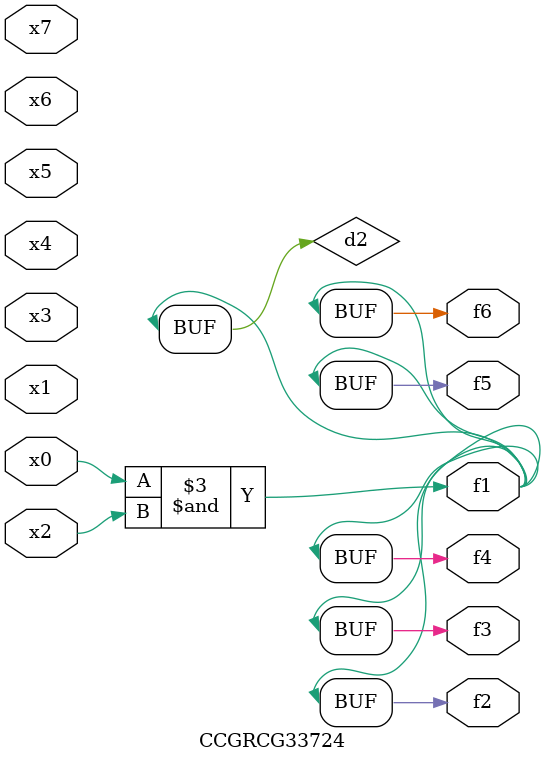
<source format=v>
module CCGRCG33724(
	input x0, x1, x2, x3, x4, x5, x6, x7,
	output f1, f2, f3, f4, f5, f6
);

	wire d1, d2;

	nor (d1, x3, x6);
	and (d2, x0, x2);
	assign f1 = d2;
	assign f2 = d2;
	assign f3 = d2;
	assign f4 = d2;
	assign f5 = d2;
	assign f6 = d2;
endmodule

</source>
